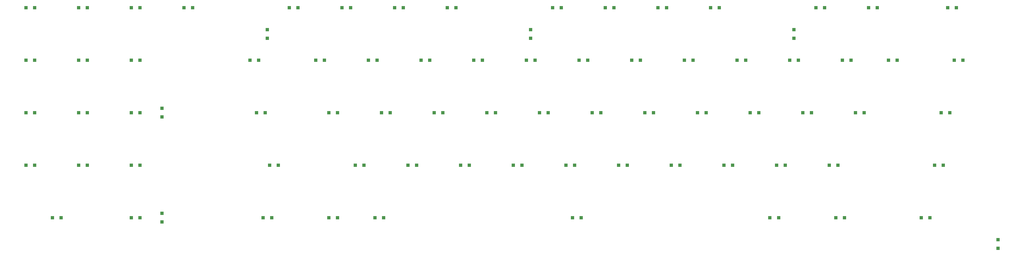
<source format=gtp>
G04 #@! TF.GenerationSoftware,KiCad,Pcbnew,5.99.0-unknown-4f191ce2c7~125~ubuntu18.04.1*
G04 #@! TF.CreationDate,2021-04-25T15:12:41-05:00*
G04 #@! TF.ProjectId,southpawpcb,736f7574-6870-4617-9770-63622e6b6963,rev?*
G04 #@! TF.SameCoordinates,Original*
G04 #@! TF.FileFunction,Paste,Top*
G04 #@! TF.FilePolarity,Positive*
%FSLAX46Y46*%
G04 Gerber Fmt 4.6, Leading zero omitted, Abs format (unit mm)*
G04 Created by KiCad (PCBNEW 5.99.0-unknown-4f191ce2c7~125~ubuntu18.04.1) date 2021-04-25 15:12:41*
%MOMM*%
%LPD*%
G01*
G04 APERTURE LIST*
%ADD10R,1.200000X1.200000*%
G04 APERTURE END LIST*
D10*
G04 #@! TO.C,D27*
X184206000Y1675000D03*
X187356000Y1675000D03*
G04 #@! TD*
G04 #@! TO.C,D1*
X22281200Y20725000D03*
X25431200Y20725000D03*
G04 #@! TD*
G04 #@! TO.C,D41*
X131818000Y-17375000D03*
X134968000Y-17375000D03*
G04 #@! TD*
G04 #@! TO.C,D59*
X160394000Y-36425000D03*
X163544000Y-36425000D03*
G04 #@! TD*
G04 #@! TO.C,D24*
X127056000Y1675000D03*
X130206000Y1675000D03*
G04 #@! TD*
G04 #@! TO.C,D35*
X334225000Y1675000D03*
X337375000Y1675000D03*
G04 #@! TD*
G04 #@! TO.C,D30*
X241356000Y1675000D03*
X244506000Y1675000D03*
G04 #@! TD*
G04 #@! TO.C,D33*
X298506000Y1675000D03*
X301656000Y1675000D03*
G04 #@! TD*
G04 #@! TO.C,D73*
X148487000Y-55475000D03*
X151637000Y-55475000D03*
G04 #@! TD*
G04 #@! TO.C,D43*
X169918000Y-17375000D03*
X173068000Y-17375000D03*
G04 #@! TD*
G04 #@! TO.C,D5*
X109581000Y9625000D03*
X109581000Y12775000D03*
G04 #@! TD*
G04 #@! TO.C,D55*
X60381200Y-36425000D03*
X63531200Y-36425000D03*
G04 #@! TD*
G04 #@! TO.C,D29*
X222306000Y1675000D03*
X225456000Y1675000D03*
G04 #@! TD*
G04 #@! TO.C,D63*
X236594000Y-36425000D03*
X239744000Y-36425000D03*
G04 #@! TD*
G04 #@! TO.C,D11*
X212781000Y20725000D03*
X215931000Y20725000D03*
G04 #@! TD*
G04 #@! TO.C,D51*
X322318000Y-17375000D03*
X325468000Y-17375000D03*
G04 #@! TD*
G04 #@! TO.C,D46*
X227068000Y-17375000D03*
X230218000Y-17375000D03*
G04 #@! TD*
G04 #@! TO.C,D44*
X188968000Y-17375000D03*
X192118000Y-17375000D03*
G04 #@! TD*
G04 #@! TO.C,D6*
X117531000Y20725000D03*
X120681000Y20725000D03*
G04 #@! TD*
G04 #@! TO.C,D66*
X293744000Y-36425000D03*
X296894000Y-36425000D03*
G04 #@! TD*
G04 #@! TO.C,D13*
X250881000Y20725000D03*
X254031000Y20725000D03*
G04 #@! TD*
G04 #@! TO.C,D28*
X203256000Y1675000D03*
X206406000Y1675000D03*
G04 #@! TD*
G04 #@! TO.C,D8*
X155631000Y20725000D03*
X158781000Y20725000D03*
G04 #@! TD*
G04 #@! TO.C,D75*
X291362000Y-55475000D03*
X294512000Y-55475000D03*
G04 #@! TD*
G04 #@! TO.C,D70*
X60381200Y-55475000D03*
X63531200Y-55475000D03*
G04 #@! TD*
G04 #@! TO.C,D49*
X284218000Y-17375000D03*
X287368000Y-17375000D03*
G04 #@! TD*
G04 #@! TO.C,D76*
X315175000Y-55475000D03*
X318325000Y-55475000D03*
G04 #@! TD*
G04 #@! TO.C,D74*
X219925000Y-55475000D03*
X223075000Y-55475000D03*
G04 #@! TD*
G04 #@! TO.C,D64*
X255644000Y-36425000D03*
X258794000Y-36425000D03*
G04 #@! TD*
G04 #@! TO.C,D9*
X174681000Y20725000D03*
X177831000Y20725000D03*
G04 #@! TD*
G04 #@! TO.C,D31*
X260406000Y1675000D03*
X263556000Y1675000D03*
G04 #@! TD*
G04 #@! TO.C,D32*
X279456000Y1675000D03*
X282606000Y1675000D03*
G04 #@! TD*
G04 #@! TO.C,D17*
X327081000Y20725000D03*
X330231000Y20725000D03*
G04 #@! TD*
G04 #@! TO.C,D23*
X103244000Y1675000D03*
X106394000Y1675000D03*
G04 #@! TD*
G04 #@! TO.C,D56*
X71481200Y-57050000D03*
X71481200Y-53900000D03*
G04 #@! TD*
G04 #@! TO.C,D40*
X105625000Y-17375000D03*
X108775000Y-17375000D03*
G04 #@! TD*
G04 #@! TO.C,D69*
X31806200Y-55475000D03*
X34956200Y-55475000D03*
G04 #@! TD*
G04 #@! TO.C,D20*
X41331200Y1675000D03*
X44481200Y1675000D03*
G04 #@! TD*
G04 #@! TO.C,D34*
X317556000Y1675000D03*
X320706000Y1675000D03*
G04 #@! TD*
G04 #@! TO.C,D58*
X141344000Y-36425000D03*
X144494000Y-36425000D03*
G04 #@! TD*
G04 #@! TO.C,D12*
X231831000Y20725000D03*
X234981000Y20725000D03*
G04 #@! TD*
G04 #@! TO.C,D38*
X41331200Y-17375000D03*
X44481200Y-17375000D03*
G04 #@! TD*
G04 #@! TO.C,D18*
X355656000Y20725000D03*
X358806000Y20725000D03*
G04 #@! TD*
G04 #@! TO.C,D68*
X350894000Y-36425000D03*
X354044000Y-36425000D03*
G04 #@! TD*
G04 #@! TO.C,D14*
X269931000Y20725000D03*
X273081000Y20725000D03*
G04 #@! TD*
G04 #@! TO.C,D65*
X274694000Y-36425000D03*
X277844000Y-36425000D03*
G04 #@! TD*
G04 #@! TO.C,D37*
X22281200Y-17375000D03*
X25431200Y-17375000D03*
G04 #@! TD*
G04 #@! TO.C,D52*
X353275000Y-17375000D03*
X356425000Y-17375000D03*
G04 #@! TD*
G04 #@! TO.C,D61*
X198494000Y-36425000D03*
X201644000Y-36425000D03*
G04 #@! TD*
G04 #@! TO.C,D62*
X217544000Y-36425000D03*
X220694000Y-36425000D03*
G04 #@! TD*
G04 #@! TO.C,D36*
X358037000Y1675000D03*
X361187000Y1675000D03*
G04 #@! TD*
G04 #@! TO.C,D67*
X312794000Y-36425000D03*
X315944000Y-36425000D03*
G04 #@! TD*
G04 #@! TO.C,D15*
X300081000Y9625000D03*
X300081000Y12775000D03*
G04 #@! TD*
G04 #@! TO.C,D47*
X246118000Y-17375000D03*
X249268000Y-17375000D03*
G04 #@! TD*
G04 #@! TO.C,D57*
X110387000Y-36425000D03*
X113537000Y-36425000D03*
G04 #@! TD*
G04 #@! TO.C,D19*
X22281200Y1675000D03*
X25431200Y1675000D03*
G04 #@! TD*
G04 #@! TO.C,D54*
X41331200Y-36425000D03*
X44481200Y-36425000D03*
G04 #@! TD*
G04 #@! TO.C,D10*
X204831000Y9625000D03*
X204831000Y12775000D03*
G04 #@! TD*
G04 #@! TO.C,D22*
X71481200Y-18950000D03*
X71481200Y-15800000D03*
G04 #@! TD*
G04 #@! TO.C,D16*
X308031000Y20725000D03*
X311181000Y20725000D03*
G04 #@! TD*
G04 #@! TO.C,D45*
X208018000Y-17375000D03*
X211168000Y-17375000D03*
G04 #@! TD*
G04 #@! TO.C,D77*
X349281000Y-55475000D03*
X346131000Y-55475000D03*
G04 #@! TD*
G04 #@! TO.C,D78*
X373900000Y-66575000D03*
X373900000Y-63425000D03*
G04 #@! TD*
G04 #@! TO.C,D71*
X111156000Y-55475000D03*
X108006000Y-55475000D03*
G04 #@! TD*
G04 #@! TO.C,D25*
X146106000Y1675000D03*
X149256000Y1675000D03*
G04 #@! TD*
G04 #@! TO.C,D3*
X60381200Y20725000D03*
X63531200Y20725000D03*
G04 #@! TD*
G04 #@! TO.C,D4*
X79431200Y20725000D03*
X82581200Y20725000D03*
G04 #@! TD*
G04 #@! TO.C,D42*
X150868000Y-17375000D03*
X154018000Y-17375000D03*
G04 #@! TD*
G04 #@! TO.C,D60*
X179444000Y-36425000D03*
X182594000Y-36425000D03*
G04 #@! TD*
G04 #@! TO.C,D26*
X165156000Y1675000D03*
X168306000Y1675000D03*
G04 #@! TD*
G04 #@! TO.C,D53*
X22281200Y-36425000D03*
X25431200Y-36425000D03*
G04 #@! TD*
G04 #@! TO.C,D21*
X60381200Y1675000D03*
X63531200Y1675000D03*
G04 #@! TD*
G04 #@! TO.C,D50*
X303268000Y-17375000D03*
X306418000Y-17375000D03*
G04 #@! TD*
G04 #@! TO.C,D2*
X41331200Y20725000D03*
X44481200Y20725000D03*
G04 #@! TD*
G04 #@! TO.C,D39*
X60381200Y-17375000D03*
X63531200Y-17375000D03*
G04 #@! TD*
G04 #@! TO.C,D72*
X134968000Y-55475000D03*
X131818000Y-55475000D03*
G04 #@! TD*
G04 #@! TO.C,D48*
X265168000Y-17375000D03*
X268318000Y-17375000D03*
G04 #@! TD*
G04 #@! TO.C,D7*
X136581000Y20725000D03*
X139731000Y20725000D03*
G04 #@! TD*
M02*

</source>
